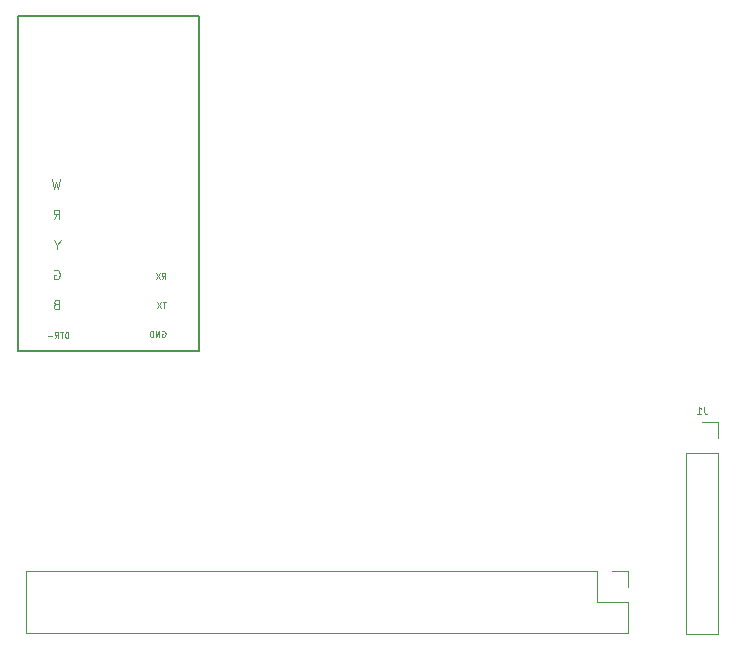
<source format=gbr>
%TF.GenerationSoftware,KiCad,Pcbnew,7.0.2*%
%TF.CreationDate,2024-08-07T09:48:01-07:00*%
%TF.ProjectId,MK-KS-MkV,4d4b2d4b-532d-44d6-9b56-2e6b69636164,1.0*%
%TF.SameCoordinates,PX3a67068PY5e08f30*%
%TF.FileFunction,Legend,Bot*%
%TF.FilePolarity,Positive*%
%FSLAX46Y46*%
G04 Gerber Fmt 4.6, Leading zero omitted, Abs format (unit mm)*
G04 Created by KiCad (PCBNEW 7.0.2) date 2024-08-07 09:48:01*
%MOMM*%
%LPD*%
G01*
G04 APERTURE LIST*
%ADD10C,0.150000*%
%ADD11C,0.100000*%
%ADD12C,0.080000*%
%ADD13C,0.120000*%
G04 APERTURE END LIST*
D10*
X18298020Y-2386428D02*
X33598020Y-2386428D01*
X33598020Y-30686428D01*
X18298020Y-30686428D01*
X18298020Y-2386428D01*
D11*
X30467067Y-29049047D02*
X30514686Y-29025237D01*
X30514686Y-29025237D02*
X30586115Y-29025237D01*
X30586115Y-29025237D02*
X30657543Y-29049047D01*
X30657543Y-29049047D02*
X30705162Y-29096666D01*
X30705162Y-29096666D02*
X30728972Y-29144285D01*
X30728972Y-29144285D02*
X30752781Y-29239523D01*
X30752781Y-29239523D02*
X30752781Y-29310951D01*
X30752781Y-29310951D02*
X30728972Y-29406189D01*
X30728972Y-29406189D02*
X30705162Y-29453808D01*
X30705162Y-29453808D02*
X30657543Y-29501428D01*
X30657543Y-29501428D02*
X30586115Y-29525237D01*
X30586115Y-29525237D02*
X30538496Y-29525237D01*
X30538496Y-29525237D02*
X30467067Y-29501428D01*
X30467067Y-29501428D02*
X30443258Y-29477618D01*
X30443258Y-29477618D02*
X30443258Y-29310951D01*
X30443258Y-29310951D02*
X30538496Y-29310951D01*
X30228972Y-29525237D02*
X30228972Y-29025237D01*
X30228972Y-29025237D02*
X29943258Y-29525237D01*
X29943258Y-29525237D02*
X29943258Y-29025237D01*
X29705162Y-29525237D02*
X29705162Y-29025237D01*
X29705162Y-29025237D02*
X29586114Y-29025237D01*
X29586114Y-29025237D02*
X29514686Y-29049047D01*
X29514686Y-29049047D02*
X29467067Y-29096666D01*
X29467067Y-29096666D02*
X29443257Y-29144285D01*
X29443257Y-29144285D02*
X29419448Y-29239523D01*
X29419448Y-29239523D02*
X29419448Y-29310951D01*
X29419448Y-29310951D02*
X29443257Y-29406189D01*
X29443257Y-29406189D02*
X29467067Y-29453808D01*
X29467067Y-29453808D02*
X29514686Y-29501428D01*
X29514686Y-29501428D02*
X29586114Y-29525237D01*
X29586114Y-29525237D02*
X29705162Y-29525237D01*
X21490877Y-26769475D02*
X21376591Y-26807570D01*
X21376591Y-26807570D02*
X21338496Y-26845666D01*
X21338496Y-26845666D02*
X21300400Y-26921856D01*
X21300400Y-26921856D02*
X21300400Y-27036142D01*
X21300400Y-27036142D02*
X21338496Y-27112332D01*
X21338496Y-27112332D02*
X21376591Y-27150428D01*
X21376591Y-27150428D02*
X21452781Y-27188523D01*
X21452781Y-27188523D02*
X21757543Y-27188523D01*
X21757543Y-27188523D02*
X21757543Y-26388523D01*
X21757543Y-26388523D02*
X21490877Y-26388523D01*
X21490877Y-26388523D02*
X21414686Y-26426618D01*
X21414686Y-26426618D02*
X21376591Y-26464713D01*
X21376591Y-26464713D02*
X21338496Y-26540904D01*
X21338496Y-26540904D02*
X21338496Y-26617094D01*
X21338496Y-26617094D02*
X21376591Y-26693285D01*
X21376591Y-26693285D02*
X21414686Y-26731380D01*
X21414686Y-26731380D02*
X21490877Y-26769475D01*
X21490877Y-26769475D02*
X21757543Y-26769475D01*
X30443258Y-24625237D02*
X30609924Y-24387142D01*
X30728972Y-24625237D02*
X30728972Y-24125237D01*
X30728972Y-24125237D02*
X30538496Y-24125237D01*
X30538496Y-24125237D02*
X30490877Y-24149047D01*
X30490877Y-24149047D02*
X30467067Y-24172856D01*
X30467067Y-24172856D02*
X30443258Y-24220475D01*
X30443258Y-24220475D02*
X30443258Y-24291904D01*
X30443258Y-24291904D02*
X30467067Y-24339523D01*
X30467067Y-24339523D02*
X30490877Y-24363332D01*
X30490877Y-24363332D02*
X30538496Y-24387142D01*
X30538496Y-24387142D02*
X30728972Y-24387142D01*
X30276591Y-24125237D02*
X29943258Y-24625237D01*
X29943258Y-24125237D02*
X30276591Y-24625237D01*
X21338496Y-23876618D02*
X21414686Y-23838523D01*
X21414686Y-23838523D02*
X21528972Y-23838523D01*
X21528972Y-23838523D02*
X21643258Y-23876618D01*
X21643258Y-23876618D02*
X21719448Y-23952808D01*
X21719448Y-23952808D02*
X21757543Y-24028999D01*
X21757543Y-24028999D02*
X21795639Y-24181380D01*
X21795639Y-24181380D02*
X21795639Y-24295666D01*
X21795639Y-24295666D02*
X21757543Y-24448047D01*
X21757543Y-24448047D02*
X21719448Y-24524237D01*
X21719448Y-24524237D02*
X21643258Y-24600428D01*
X21643258Y-24600428D02*
X21528972Y-24638523D01*
X21528972Y-24638523D02*
X21452781Y-24638523D01*
X21452781Y-24638523D02*
X21338496Y-24600428D01*
X21338496Y-24600428D02*
X21300400Y-24562332D01*
X21300400Y-24562332D02*
X21300400Y-24295666D01*
X21300400Y-24295666D02*
X21452781Y-24295666D01*
X21833734Y-16188523D02*
X21643258Y-16988523D01*
X21643258Y-16988523D02*
X21490877Y-16417094D01*
X21490877Y-16417094D02*
X21338496Y-16988523D01*
X21338496Y-16988523D02*
X21148020Y-16188523D01*
X21605162Y-21707570D02*
X21605162Y-22088523D01*
X21871829Y-21288523D02*
X21605162Y-21707570D01*
X21605162Y-21707570D02*
X21338496Y-21288523D01*
X21300400Y-19538523D02*
X21567067Y-19157570D01*
X21757543Y-19538523D02*
X21757543Y-18738523D01*
X21757543Y-18738523D02*
X21452781Y-18738523D01*
X21452781Y-18738523D02*
X21376591Y-18776618D01*
X21376591Y-18776618D02*
X21338496Y-18814713D01*
X21338496Y-18814713D02*
X21300400Y-18890904D01*
X21300400Y-18890904D02*
X21300400Y-19005189D01*
X21300400Y-19005189D02*
X21338496Y-19081380D01*
X21338496Y-19081380D02*
X21376591Y-19119475D01*
X21376591Y-19119475D02*
X21452781Y-19157570D01*
X21452781Y-19157570D02*
X21757543Y-19157570D01*
X30800400Y-26575237D02*
X30514686Y-26575237D01*
X30657543Y-27075237D02*
X30657543Y-26575237D01*
X30395639Y-26575237D02*
X30062306Y-27075237D01*
X30062306Y-26575237D02*
X30395639Y-27075237D01*
X22528972Y-29625237D02*
X22528972Y-29125237D01*
X22528972Y-29125237D02*
X22409924Y-29125237D01*
X22409924Y-29125237D02*
X22338496Y-29149047D01*
X22338496Y-29149047D02*
X22290877Y-29196666D01*
X22290877Y-29196666D02*
X22267067Y-29244285D01*
X22267067Y-29244285D02*
X22243258Y-29339523D01*
X22243258Y-29339523D02*
X22243258Y-29410951D01*
X22243258Y-29410951D02*
X22267067Y-29506189D01*
X22267067Y-29506189D02*
X22290877Y-29553808D01*
X22290877Y-29553808D02*
X22338496Y-29601428D01*
X22338496Y-29601428D02*
X22409924Y-29625237D01*
X22409924Y-29625237D02*
X22528972Y-29625237D01*
X22100400Y-29125237D02*
X21814686Y-29125237D01*
X21957543Y-29625237D02*
X21957543Y-29125237D01*
X21362306Y-29625237D02*
X21528972Y-29387142D01*
X21648020Y-29625237D02*
X21648020Y-29125237D01*
X21648020Y-29125237D02*
X21457544Y-29125237D01*
X21457544Y-29125237D02*
X21409925Y-29149047D01*
X21409925Y-29149047D02*
X21386115Y-29172856D01*
X21386115Y-29172856D02*
X21362306Y-29220475D01*
X21362306Y-29220475D02*
X21362306Y-29291904D01*
X21362306Y-29291904D02*
X21386115Y-29339523D01*
X21386115Y-29339523D02*
X21409925Y-29363332D01*
X21409925Y-29363332D02*
X21457544Y-29387142D01*
X21457544Y-29387142D02*
X21648020Y-29387142D01*
X21148020Y-29434761D02*
X20767068Y-29434761D01*
D12*
%TO.C,J1*%
X76374600Y-35440771D02*
X76374600Y-35869342D01*
X76374600Y-35869342D02*
X76403171Y-35955057D01*
X76403171Y-35955057D02*
X76460314Y-36012200D01*
X76460314Y-36012200D02*
X76546028Y-36040771D01*
X76546028Y-36040771D02*
X76603171Y-36040771D01*
X75774600Y-36040771D02*
X76117457Y-36040771D01*
X75946028Y-36040771D02*
X75946028Y-35440771D01*
X75946028Y-35440771D02*
X76003171Y-35526485D01*
X76003171Y-35526485D02*
X76060314Y-35583628D01*
X76060314Y-35583628D02*
X76117457Y-35612200D01*
D13*
X77504600Y-54663200D02*
X74844600Y-54663200D01*
X77504600Y-39363200D02*
X77504600Y-54663200D01*
X77504600Y-39363200D02*
X74844600Y-39363200D01*
X77504600Y-38093200D02*
X77504600Y-36763200D01*
X77504600Y-36763200D02*
X76174600Y-36763200D01*
X74844600Y-39363200D02*
X74844600Y-54663200D01*
%TO.C,J5*%
X18971600Y-54575200D02*
X18971600Y-49375200D01*
X69891600Y-54575200D02*
X18971600Y-54575200D01*
X69891600Y-54575200D02*
X69891600Y-51975200D01*
X67291600Y-51975200D02*
X67291600Y-49375200D01*
X69891600Y-51975200D02*
X67291600Y-51975200D01*
X69891600Y-50705200D02*
X69891600Y-49375200D01*
X67291600Y-49375200D02*
X18971600Y-49375200D01*
X69891600Y-49375200D02*
X68561600Y-49375200D01*
%TD*%
M02*

</source>
